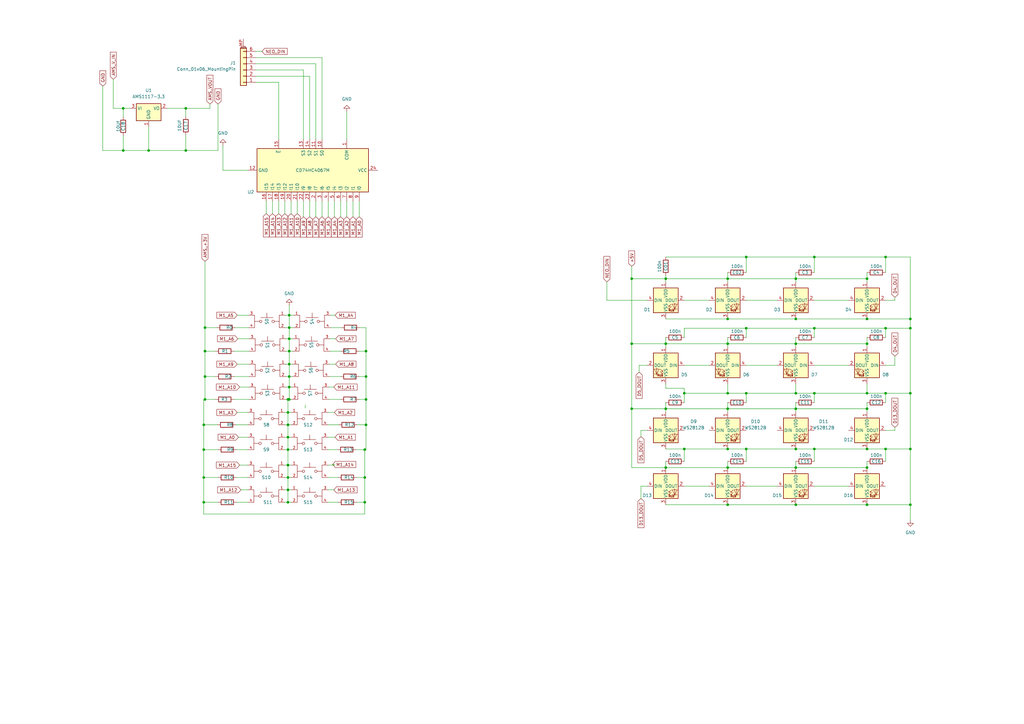
<source format=kicad_sch>
(kicad_sch (version 20230121) (generator eeschema)
  (paper "A3")
  (junction (at 363.22 184.15))
  (junction (at 334.01 105.41))
  (junction (at 118.11 195.834))
  (junction (at 83.566 174.244))
  (junction (at 298.45 191.77))
  (junction (at 373.38 207.01))
  (junction (at 334.01 184.15))
  (junction (at 118.618 144.018))
  (junction (at 355.6 114.3))
  (junction (at 363.22 105.41))
  (junction (at 118.618 138.938))
  (junction (at 355.6 161.29))
  (junction (at 84.074 134.366))
  (junction (at 76.2 44.45))
  (junction (at 50.546 44.45))
  (junction (at 326.39 191.77))
  (junction (at 149.606 205.994))
  (junction (at 280.67 184.15))
  (junction (at 273.05 140.97))
  (junction (at 273.05 114.3))
  (junction (at 118.11 179.324))
  (junction (at 298.45 140.97))
  (junction (at 118.618 149.352))
  (junction (at 373.38 130.81))
  (junction (at 298.45 167.64))
  (junction (at 150.114 174.244))
  (junction (at 118.618 134.366))
  (junction (at 334.01 134.62))
  (junction (at 298.45 161.29))
  (junction (at 298.45 114.3))
  (junction (at 118.11 200.914))
  (junction (at 306.07 184.15))
  (junction (at 326.39 184.15))
  (junction (at 363.22 134.62))
  (junction (at 84.074 144.018))
  (junction (at 326.39 167.64))
  (junction (at 118.618 154.432))
  (junction (at 118.11 163.83))
  (junction (at 273.05 191.77))
  (junction (at 150.114 154.432))
  (junction (at 326.39 207.01))
  (junction (at 355.6 140.97))
  (junction (at 118.11 184.404))
  (junction (at 355.6 167.64))
  (junction (at 373.38 134.62))
  (junction (at 60.96 61.722))
  (junction (at 373.38 184.15))
  (junction (at 306.07 134.62))
  (junction (at 306.07 161.29))
  (junction (at 298.45 184.15))
  (junction (at 280.67 161.29))
  (junction (at 298.45 207.01))
  (junction (at 298.45 130.81))
  (junction (at 355.6 184.15))
  (junction (at 273.05 167.64))
  (junction (at 326.39 114.3))
  (junction (at 355.6 207.01))
  (junction (at 149.606 195.834))
  (junction (at 118.11 174.244))
  (junction (at 150.114 163.83))
  (junction (at 259.08 167.64))
  (junction (at 118.618 129.286))
  (junction (at 355.6 130.81))
  (junction (at 326.39 130.81))
  (junction (at 150.114 144.018))
  (junction (at 373.38 161.29))
  (junction (at 76.2 61.722))
  (junction (at 118.618 158.75))
  (junction (at 83.566 195.834))
  (junction (at 84.074 163.83))
  (junction (at 334.01 161.29))
  (junction (at 363.22 161.29))
  (junction (at 118.11 169.164))
  (junction (at 149.606 184.404))
  (junction (at 118.618 163.83))
  (junction (at 118.11 205.994))
  (junction (at 83.566 184.404))
  (junction (at 306.07 105.41))
  (junction (at 84.074 154.432))
  (junction (at 118.11 190.754))
  (junction (at 259.08 140.97))
  (junction (at 355.6 191.77))
  (junction (at 326.39 140.97))
  (junction (at 259.08 114.3))
  (junction (at 326.39 161.29))
  (junction (at 50.546 61.722))
  (junction (at 83.566 205.994))
  (wire (pts (xy 89.408 42.672) (xy 89.408 61.722)))
  (wire (pts (xy 334.01 184.15) (xy 355.6 184.15)))
  (wire (pts (xy 355.6 184.15) (xy 363.22 184.15)))
  (wire (pts (xy 119.38 82.55) (xy 119.38 87.63)))
  (wire (pts (xy 118.11 195.834) (xy 119.38 195.834)))
  (wire (pts (xy 116.84 190.754) (xy 118.11 190.754)))
  (wire (pts (xy 50.546 61.722) (xy 60.96 61.722)))
  (wire (pts (xy 116.84 174.244) (xy 118.11 174.244)))
  (wire (pts (xy 111.76 82.55) (xy 111.76 87.63)))
  (wire (pts (xy 118.11 205.994) (xy 119.38 205.994)))
  (wire (pts (xy 367.03 149.86) (xy 367.03 146.05)))
  (wire (pts (xy 298.45 111.76) (xy 298.45 114.3)))
  (wire (pts (xy 147.32 163.83) (xy 150.114 163.83)))
  (wire (pts (xy 116.84 169.164) (xy 118.11 169.164)))
  (wire (pts (xy 135.382 138.938) (xy 137.668 138.938)))
  (wire (pts (xy 259.08 140.97) (xy 273.05 140.97)))
  (wire (pts (xy 104.902 26.162) (xy 129.54 26.162)))
  (wire (pts (xy 135.128 154.432) (xy 139.7 154.432)))
  (wire (pts (xy 134.62 174.244) (xy 138.938 174.244)))
  (wire (pts (xy 50.546 44.45) (xy 53.34 44.45)))
  (wire (pts (xy 137.16 190.5) (xy 136.398 190.5)))
  (wire (pts (xy 134.62 195.834) (xy 138.684 195.834)))
  (wire (pts (xy 334.01 149.86) (xy 347.98 149.86)))
  (wire (pts (xy 134.62 205.994) (xy 138.684 205.994)))
  (wire (pts (xy 118.11 190.754) (xy 118.11 195.834)))
  (wire (pts (xy 118.618 154.432) (xy 118.618 158.75)))
  (wire (pts (xy 109.22 82.55) (xy 109.22 87.63)))
  (wire (pts (xy 117.348 163.83) (xy 118.11 163.83)))
  (wire (pts (xy 83.566 163.83) (xy 83.566 174.244)))
  (wire (pts (xy 135.382 144.018) (xy 139.7 144.018)))
  (wire (pts (xy 262.128 152.654) (xy 262.128 149.86)))
  (wire (pts (xy 150.114 163.83) (xy 150.114 174.244)))
  (wire (pts (xy 83.566 195.834) (xy 89.408 195.834)))
  (wire (pts (xy 118.618 144.018) (xy 120.142 144.018)))
  (wire (pts (xy 273.05 140.97) (xy 298.45 140.97)))
  (wire (pts (xy 84.074 134.366) (xy 84.074 144.018)))
  (wire (pts (xy 76.2 44.45) (xy 86.106 44.45)))
  (wire (pts (xy 355.6 130.81) (xy 373.38 130.81)))
  (wire (pts (xy 98.298 158.75) (xy 102.108 158.75)))
  (wire (pts (xy 116.84 184.404) (xy 118.11 184.404)))
  (wire (pts (xy 326.39 191.77) (xy 355.6 191.77)))
  (wire (pts (xy 280.67 134.62) (xy 280.67 138.43)))
  (wire (pts (xy 146.558 174.244) (xy 150.114 174.244)))
  (wire (pts (xy 334.01 123.19) (xy 347.98 123.19)))
  (wire (pts (xy 147.32 154.432) (xy 150.114 154.432)))
  (wire (pts (xy 135.128 149.352) (xy 137.668 149.352)))
  (wire (pts (xy 306.07 134.62) (xy 280.67 134.62)))
  (wire (pts (xy 373.38 130.81) (xy 373.38 134.62)))
  (wire (pts (xy 84.074 107.188) (xy 84.074 134.366)))
  (wire (pts (xy 84.074 144.018) (xy 84.074 154.432)))
  (wire (pts (xy 118.618 158.75) (xy 118.618 163.83)))
  (wire (pts (xy 298.45 157.48) (xy 298.45 161.29)))
  (wire (pts (xy 60.96 52.07) (xy 60.96 61.722)))
  (wire (pts (xy 97.028 195.834) (xy 101.6 195.834)))
  (wire (pts (xy 118.11 184.404) (xy 119.38 184.404)))
  (wire (pts (xy 306.07 149.86) (xy 318.77 149.86)))
  (wire (pts (xy 127 82.55) (xy 127 88.9)))
  (wire (pts (xy 60.96 61.722) (xy 76.2 61.722)))
  (wire (pts (xy 363.22 134.62) (xy 334.01 134.62)))
  (wire (pts (xy 96.012 154.432) (xy 102.108 154.432)))
  (wire (pts (xy 124.46 28.702) (xy 124.46 57.15)))
  (wire (pts (xy 118.618 129.286) (xy 120.396 129.286)))
  (wire (pts (xy 88.392 163.83) (xy 84.074 163.83)))
  (wire (pts (xy 273.05 105.41) (xy 306.07 105.41)))
  (wire (pts (xy 363.22 105.41) (xy 373.38 105.41)))
  (wire (pts (xy 298.45 140.97) (xy 326.39 140.97)))
  (wire (pts (xy 259.08 140.97) (xy 259.08 167.64)))
  (wire (pts (xy 116.84 205.994) (xy 118.11 205.994)))
  (wire (pts (xy 97.028 184.404) (xy 101.6 184.404)))
  (wire (pts (xy 262.89 199.39) (xy 262.89 204.47)))
  (wire (pts (xy 97.282 149.352) (xy 102.108 149.352)))
  (wire (pts (xy 118.11 163.83) (xy 118.11 169.164)))
  (wire (pts (xy 89.154 174.244) (xy 83.566 174.244)))
  (wire (pts (xy 76.2 44.45) (xy 76.2 47.752)))
  (wire (pts (xy 147.574 134.366) (xy 150.114 134.366)))
  (wire (pts (xy 298.45 165.1) (xy 298.45 167.64)))
  (wire (pts (xy 118.618 125.222) (xy 118.618 129.286)))
  (wire (pts (xy 298.45 138.43) (xy 298.45 140.97)))
  (wire (pts (xy 273.05 157.48) (xy 273.05 159.258)))
  (wire (pts (xy 116.84 195.834) (xy 118.11 195.834)))
  (wire (pts (xy 118.618 144.018) (xy 118.618 149.352)))
  (wire (pts (xy 298.45 167.64) (xy 326.39 167.64)))
  (wire (pts (xy 326.39 165.1) (xy 326.39 167.64)))
  (wire (pts (xy 334.01 161.29) (xy 334.01 165.1)))
  (wire (pts (xy 86.106 44.45) (xy 86.106 42.672)))
  (wire (pts (xy 117.348 144.018) (xy 118.618 144.018)))
  (wire (pts (xy 262.89 176.53) (xy 262.89 179.07)))
  (wire (pts (xy 118.11 174.244) (xy 118.11 179.324)))
  (wire (pts (xy 280.67 199.39) (xy 290.83 199.39)))
  (wire (pts (xy 118.618 149.352) (xy 118.618 154.432)))
  (wire (pts (xy 334.01 105.41) (xy 306.07 105.41)))
  (wire (pts (xy 334.01 161.29) (xy 326.39 161.29)))
  (wire (pts (xy 355.6 115.57) (xy 355.6 114.3)))
  (wire (pts (xy 326.39 184.15) (xy 334.01 184.15)))
  (wire (pts (xy 306.07 199.39) (xy 318.77 199.39)))
  (wire (pts (xy 139.7 82.55) (xy 139.7 88.9)))
  (wire (pts (xy 363.22 105.41) (xy 363.22 111.76)))
  (wire (pts (xy 355.6 140.97) (xy 355.6 142.24)))
  (wire (pts (xy 117.348 149.352) (xy 118.618 149.352)))
  (wire (pts (xy 273.05 207.01) (xy 298.45 207.01)))
  (wire (pts (xy 117.348 158.75) (xy 118.618 158.75)))
  (wire (pts (xy 137.16 82.55) (xy 137.16 88.9)))
  (wire (pts (xy 298.45 114.3) (xy 298.45 115.57)))
  (wire (pts (xy 150.114 174.244) (xy 150.114 184.404)))
  (wire (pts (xy 104.902 28.702) (xy 124.46 28.702)))
  (wire (pts (xy 326.39 189.23) (xy 326.39 191.77)))
  (wire (pts (xy 118.11 190.754) (xy 119.38 190.754)))
  (wire (pts (xy 118.11 179.324) (xy 118.11 184.404)))
  (wire (pts (xy 118.11 184.404) (xy 118.11 190.754)))
  (wire (pts (xy 83.566 195.834) (xy 83.566 205.994)))
  (wire (pts (xy 334.01 134.62) (xy 306.07 134.62)))
  (wire (pts (xy 118.618 129.286) (xy 118.618 134.366)))
  (wire (pts (xy 96.012 144.018) (xy 102.108 144.018)))
  (wire (pts (xy 273.05 130.81) (xy 298.45 130.81)))
  (wire (pts (xy 248.92 123.19) (xy 265.43 123.19)))
  (wire (pts (xy 273.05 113.03) (xy 273.05 114.3)))
  (wire (pts (xy 118.618 149.352) (xy 119.888 149.352)))
  (wire (pts (xy 273.05 167.64) (xy 273.05 168.91)))
  (wire (pts (xy 280.67 123.19) (xy 290.83 123.19)))
  (wire (pts (xy 273.05 191.77) (xy 298.45 191.77)))
  (wire (pts (xy 118.11 179.324) (xy 119.38 179.324)))
  (wire (pts (xy 273.05 114.3) (xy 273.05 115.57)))
  (wire (pts (xy 118.11 174.244) (xy 119.38 174.244)))
  (wire (pts (xy 146.05 184.404) (xy 149.606 184.404)))
  (wire (pts (xy 116.84 200.914) (xy 118.11 200.914)))
  (wire (pts (xy 334.01 184.15) (xy 334.01 189.23)))
  (wire (pts (xy 248.92 115.57) (xy 248.92 123.19)))
  (wire (pts (xy 373.38 184.15) (xy 363.22 184.15)))
  (wire (pts (xy 104.902 21.082) (xy 107.442 21.082)))
  (wire (pts (xy 129.54 82.55) (xy 129.54 88.9)))
  (wire (pts (xy 355.6 165.1) (xy 355.6 167.64)))
  (wire (pts (xy 334.01 134.62) (xy 334.01 138.43)))
  (wire (pts (xy 149.606 205.994) (xy 149.606 210.82)))
  (wire (pts (xy 326.39 111.76) (xy 326.39 114.3)))
  (wire (pts (xy 118.618 163.83) (xy 119.634 163.83)))
  (wire (pts (xy 355.6 157.48) (xy 355.6 161.29)))
  (wire (pts (xy 259.08 167.64) (xy 259.08 191.77)))
  (wire (pts (xy 68.58 44.45) (xy 76.2 44.45)))
  (wire (pts (xy 298.45 140.97) (xy 298.45 142.24)))
  (wire (pts (xy 46.482 44.45) (xy 50.546 44.45)))
  (wire (pts (xy 326.39 114.3) (xy 326.39 115.57)))
  (wire (pts (xy 280.67 184.15) (xy 280.67 189.23)))
  (wire (pts (xy 363.22 161.29) (xy 363.22 165.1)))
  (wire (pts (xy 265.43 199.39) (xy 262.89 199.39)))
  (wire (pts (xy 306.07 161.29) (xy 298.45 161.29)))
  (wire (pts (xy 373.38 207.01) (xy 373.38 213.36)))
  (wire (pts (xy 134.874 163.83) (xy 139.7 163.83)))
  (wire (pts (xy 132.08 23.622) (xy 132.08 57.15)))
  (wire (pts (xy 146.304 205.994) (xy 149.606 205.994)))
  (wire (pts (xy 84.074 134.366) (xy 88.9 134.366)))
  (wire (pts (xy 142.24 45.72) (xy 142.24 57.15)))
  (wire (pts (xy 134.62 82.55) (xy 134.62 88.9)))
  (wire (pts (xy 137.16 190.754) (xy 134.62 190.754)))
  (wire (pts (xy 76.2 55.372) (xy 76.2 61.722)))
  (wire (pts (xy 280.67 161.29) (xy 280.67 165.1)))
  (wire (pts (xy 273.05 165.1) (xy 273.05 167.64)))
  (wire (pts (xy 373.38 105.41) (xy 373.38 130.81)))
  (wire (pts (xy 273.05 114.3) (xy 298.45 114.3)))
  (wire (pts (xy 363.22 134.62) (xy 373.38 134.62)))
  (wire (pts (xy 129.54 26.162) (xy 129.54 57.15)))
  (wire (pts (xy 298.45 114.3) (xy 326.39 114.3)))
  (wire (pts (xy 306.07 184.15) (xy 326.39 184.15)))
  (wire (pts (xy 298.45 189.23) (xy 298.45 191.77)))
  (wire (pts (xy 117.094 134.366) (xy 118.618 134.366)))
  (wire (pts (xy 363.22 161.29) (xy 355.6 161.29)))
  (wire (pts (xy 326.39 138.43) (xy 326.39 140.97)))
  (wire (pts (xy 363.22 176.53) (xy 367.03 176.53)))
  (wire (pts (xy 118.618 138.938) (xy 118.618 144.018)))
  (wire (pts (xy 355.6 111.76) (xy 355.6 114.3)))
  (wire (pts (xy 127 31.242) (xy 127 57.15)))
  (wire (pts (xy 150.114 144.018) (xy 150.114 154.432)))
  (wire (pts (xy 259.08 114.3) (xy 273.05 114.3)))
  (wire (pts (xy 259.08 109.22) (xy 259.08 114.3)))
  (wire (pts (xy 367.03 123.19) (xy 363.22 123.19)))
  (wire (pts (xy 306.07 134.62) (xy 306.07 138.43)))
  (wire (pts (xy 326.39 207.01) (xy 355.6 207.01)))
  (wire (pts (xy 83.566 174.244) (xy 83.566 184.404)))
  (wire (pts (xy 355.6 189.23) (xy 355.6 191.77)))
  (wire (pts (xy 104.902 33.782) (xy 114.3 33.782)))
  (wire (pts (xy 367.03 176.53) (xy 367.03 175.26)))
  (wire (pts (xy 265.43 176.53) (xy 262.89 176.53)))
  (wire (pts (xy 83.566 184.404) (xy 89.408 184.404)))
  (wire (pts (xy 83.566 163.83) (xy 84.074 163.83)))
  (wire (pts (xy 50.546 44.45) (xy 50.546 48.006)))
  (wire (pts (xy 135.636 134.366) (xy 139.954 134.366)))
  (wire (pts (xy 118.618 158.75) (xy 119.634 158.75)))
  (wire (pts (xy 96.774 174.244) (xy 101.6 174.244)))
  (wire (pts (xy 280.67 149.86) (xy 290.83 149.86)))
  (wire (pts (xy 363.22 184.15) (xy 363.22 189.23)))
  (wire (pts (xy 91.44 69.85) (xy 91.44 59.69)))
  (wire (pts (xy 150.114 134.366) (xy 150.114 144.018)))
  (wire (pts (xy 96.52 134.366) (xy 101.854 134.366)))
  (wire (pts (xy 355.6 167.64) (xy 355.6 168.91)))
  (wire (pts (xy 88.392 144.018) (xy 84.074 144.018)))
  (wire (pts (xy 326.39 157.48) (xy 326.39 161.29)))
  (wire (pts (xy 306.07 161.29) (xy 306.07 165.1)))
  (wire (pts (xy 118.618 134.366) (xy 118.618 138.938)))
  (wire (pts (xy 326.39 167.64) (xy 326.39 168.91)))
  (wire (pts (xy 118.618 138.938) (xy 120.142 138.938)))
  (wire (pts (xy 326.39 130.81) (xy 355.6 130.81)))
  (wire (pts (xy 298.45 167.64) (xy 298.45 168.91)))
  (wire (pts (xy 259.08 167.64) (xy 273.05 167.64)))
  (wire (pts (xy 355.6 161.29) (xy 334.01 161.29)))
  (wire (pts (xy 104.902 23.622) (xy 132.08 23.622)))
  (wire (pts (xy 118.11 163.83) (xy 118.618 163.83)))
  (wire (pts (xy 134.62 200.914) (xy 136.906 200.914)))
  (wire (pts (xy 97.028 205.994) (xy 101.6 205.994)))
  (wire (pts (xy 259.08 114.3) (xy 259.08 140.97)))
  (wire (pts (xy 118.618 134.366) (xy 120.396 134.366)))
  (wire (pts (xy 149.606 195.834) (xy 149.606 205.994)))
  (wire (pts (xy 137.16 190.5) (xy 137.16 190.754)))
  (wire (pts (xy 97.79 179.324) (xy 101.6 179.324)))
  (wire (pts (xy 298.45 184.15) (xy 306.07 184.15)))
  (wire (pts (xy 373.38 134.62) (xy 373.38 161.29)))
  (wire (pts (xy 298.45 161.29) (xy 280.67 161.29)))
  (wire (pts (xy 83.566 184.404) (xy 83.566 195.834)))
  (wire (pts (xy 149.606 184.404) (xy 149.606 195.834)))
  (wire (pts (xy 334.01 105.41) (xy 334.01 111.76)))
  (wire (pts (xy 262.128 149.86) (xy 265.43 149.86)))
  (wire (pts (xy 134.62 184.404) (xy 138.43 184.404)))
  (wire (pts (xy 373.38 161.29) (xy 373.38 184.15)))
  (wire (pts (xy 121.92 82.55) (xy 121.92 87.63)))
  (wire (pts (xy 306.07 123.19) (xy 318.77 123.19)))
  (wire (pts (xy 102.108 163.83) (xy 96.012 163.83)))
  (wire (pts (xy 117.348 138.938) (xy 118.618 138.938)))
  (wire (pts (xy 132.08 82.55) (xy 132.08 88.9)))
  (wire (pts (xy 326.39 140.97) (xy 326.39 142.24)))
  (wire (pts (xy 118.11 195.834) (xy 118.11 200.914)))
  (wire (pts (xy 363.22 149.86) (xy 367.03 149.86)))
  (wire (pts (xy 363.22 134.62) (xy 363.22 138.43)))
  (wire (pts (xy 89.408 205.994) (xy 83.566 205.994)))
  (wire (pts (xy 146.304 195.834) (xy 149.606 195.834)))
  (wire (pts (xy 273.05 189.23) (xy 273.05 191.77)))
  (wire (pts (xy 367.03 123.19) (xy 367.03 121.92)))
  (wire (pts (xy 83.566 210.82) (xy 149.606 210.82)))
  (wire (pts (xy 97.282 129.286) (xy 101.854 129.286)))
  (wire (pts (xy 363.22 105.41) (xy 334.01 105.41)))
  (wire (pts (xy 117.094 129.286) (xy 118.364 129.286)))
  (wire (pts (xy 147.32 82.55) (xy 147.32 88.9)))
  (wire (pts (xy 326.39 161.29) (xy 306.07 161.29)))
  (wire (pts (xy 98.806 200.914) (xy 101.6 200.914)))
  (wire (pts (xy 306.07 105.41) (xy 306.07 111.76)))
  (wire (pts (xy 124.46 82.55) (xy 124.46 88.9)))
  (wire (pts (xy 298.45 191.77) (xy 326.39 191.77)))
  (wire (pts (xy 259.08 191.77) (xy 273.05 191.77)))
  (wire (pts (xy 298.45 130.81) (xy 326.39 130.81)))
  (wire (pts (xy 42.164 35.306) (xy 42.164 61.722)))
  (wire (pts (xy 273.05 159.258) (xy 280.67 159.258)))
  (wire (pts (xy 118.11 200.914) (xy 119.38 200.914)))
  (wire (pts (xy 118.11 169.164) (xy 118.11 174.244)))
  (wire (pts (xy 273.05 138.43) (xy 273.05 140.97)))
  (wire (pts (xy 84.074 154.432) (xy 84.074 163.83)))
  (wire (pts (xy 355.6 138.43) (xy 355.6 140.97)))
  (wire (pts (xy 134.62 169.164) (xy 137.16 169.164)))
  (wire (pts (xy 89.408 61.722) (xy 76.2 61.722)))
  (wire (pts (xy 97.536 138.938) (xy 102.108 138.938)))
  (wire (pts (xy 326.39 140.97) (xy 355.6 140.97)))
  (wire (pts (xy 373.38 184.15) (xy 373.38 207.01)))
  (wire (pts (xy 273.05 184.15) (xy 280.67 184.15)))
  (wire (pts (xy 83.566 205.994) (xy 83.566 210.82)))
  (wire (pts (xy 298.45 207.01) (xy 326.39 207.01)))
  (wire (pts (xy 373.38 161.29) (xy 363.22 161.29)))
  (wire (pts (xy 125.222 167.386) (xy 125.222 166.116)))
  (wire (pts (xy 280.67 184.15) (xy 298.45 184.15)))
  (wire (pts (xy 98.298 190.754) (xy 101.6 190.754)))
  (wire (pts (xy 114.3 82.55) (xy 114.3 87.63)))
  (wire (pts (xy 114.3 33.782) (xy 114.3 57.15)))
  (wire (pts (xy 91.44 69.85) (xy 101.6 69.85)))
  (wire (pts (xy 326.39 114.3) (xy 355.6 114.3)))
  (wire (pts (xy 150.114 154.432) (xy 150.114 163.83)))
  (wire (pts (xy 306.07 184.15) (xy 306.07 189.23)))
  (wire (pts (xy 280.67 159.258) (xy 280.67 161.29)))
  (wire (pts (xy 135.636 129.286) (xy 137.414 129.286)))
  (wire (pts (xy 144.78 82.55) (xy 144.78 88.9)))
  (wire (pts (xy 142.24 82.55) (xy 142.24 88.9)))
  (wire (pts (xy 104.902 31.242) (xy 127 31.242)))
  (wire (pts (xy 134.874 158.75) (xy 136.906 158.75)))
  (wire (pts (xy 273.05 140.97) (xy 273.05 142.24)))
  (wire (pts (xy 88.392 154.432) (xy 84.074 154.432)))
  (wire (pts (xy 116.84 82.55) (xy 116.84 87.63)))
  (wire (pts (xy 134.62 179.324) (xy 137.414 179.324)))
  (wire (pts (xy 150.114 184.404) (xy 149.606 184.404)))
  (wire (pts (xy 117.348 154.432) (xy 118.618 154.432)))
  (wire (pts (xy 273.05 167.64) (xy 298.45 167.64)))
  (wire (pts (xy 97.282 169.164) (xy 101.6 169.164)))
  (wire (pts (xy 118.11 200.914) (xy 118.11 205.994)))
  (wire (pts (xy 116.84 179.324) (xy 118.11 179.324)))
  (wire (pts (xy 334.01 199.39) (xy 347.98 199.39)))
  (wire (pts (xy 326.39 167.64) (xy 355.6 167.64)))
  (wire (pts (xy 118.618 154.432) (xy 119.888 154.432)))
  (wire (pts (xy 147.32 144.018) (xy 150.114 144.018)))
  (wire (pts (xy 355.6 207.01) (xy 373.38 207.01)))
  (wire (pts (xy 118.11 169.164) (xy 119.38 169.164)))
  (wire (pts (xy 50.546 55.626) (xy 50.546 61.722)))
  (wire (pts (xy 42.164 61.722) (xy 50.546 61.722)))
  (wire (pts (xy 46.482 32.512) (xy 46.482 44.45)))
  (global_label "NEO_DIN" (shape input) (at 107.442 21.082 0) (property "Intersheetrefs" "${INTERSHEET_REFS}" (effects hide)))
  (global_label "M1_A11" (shape input) (at 136.906 158.75 0) (property "Intersheetrefs" "${INTERSHEET_REFS}" (effects hide)))
  (global_label "M1_A9" (shape input) (at 97.282 149.352 180) (property "Intersheetrefs" "${INTERSHEET_REFS}" (effects hide)))
  (global_label "AMS_V_IN" (shape input) (at 46.482 32.512 90) (property "Intersheetrefs" "${INTERSHEET_REFS}" (effects hide)))
  (global_label "D4_OUT" (shape input) (at 367.03 146.05 90) (property "Intersheetrefs" "${INTERSHEET_REFS}" (effects hide)))
  (global_label "+5V" (shape input) (at 259.08 109.22 90) (property "Intersheetrefs" "${INTERSHEET_REFS}" (effects hide)))
  (global_label "M1_A3" (shape input) (at 97.282 169.164 180) (property "Intersheetrefs" "${INTERSHEET_REFS}" (effects hide)))
  (global_label "D13_DOUT" (shape input) (at 262.89 204.47 270) (property "Intersheetrefs" "${INTERSHEET_REFS}" (effects hide)))
  (global_label "M1_A12" (shape input) (at 98.806 200.914 180) (property "Intersheetrefs" "${INTERSHEET_REFS}" (effects hide)))
  (global_label "M1_A14" (shape input) (at 111.76 87.63 270) (property "Intersheetrefs" "${INTERSHEET_REFS}" (effects hide)))
  (global_label "M1_A15" (shape input) (at 98.298 190.754 180) (property "Intersheetrefs" "${INTERSHEET_REFS}" (effects hide)))
  (global_label "M1_A11" (shape input) (at 119.38 87.63 270) (property "Intersheetrefs" "${INTERSHEET_REFS}" (effects hide)))
  (global_label "M1_A0" (shape input) (at 97.79 179.324 180) (property "Intersheetrefs" "${INTERSHEET_REFS}" (effects hide)))
  (global_label "M1_A9" (shape input) (at 124.46 88.9 270) (property "Intersheetrefs" "${INTERSHEET_REFS}" (effects hide)))
  (global_label "M1_A0" (shape input) (at 147.32 88.9 270) (property "Intersheetrefs" "${INTERSHEET_REFS}" (effects hide)))
  (global_label "M1_A8" (shape input) (at 127 88.9 270) (property "Intersheetrefs" "${INTERSHEET_REFS}" (effects hide)))
  (global_label "M1_A1" (shape input) (at 137.414 179.324 0) (property "Intersheetrefs" "${INTERSHEET_REFS}" (effects hide)))
  (global_label "M1_A10" (shape input) (at 98.298 158.75 180) (property "Intersheetrefs" "${INTERSHEET_REFS}" (effects hide)))
  (global_label "D5_DOUT" (shape input) (at 262.128 152.654 270) (property "Intersheetrefs" "${INTERSHEET_REFS}" (effects hide)))
  (global_label "M1_A7" (shape input) (at 129.54 88.9 270) (property "Intersheetrefs" "${INTERSHEET_REFS}" (effects hide)))
  (global_label "M1_A5" (shape input) (at 134.62 88.9 270) (property "Intersheetrefs" "${INTERSHEET_REFS}" (effects hide)))
  (global_label "M1_A3" (shape input) (at 139.7 88.9 270) (property "Intersheetrefs" "${INTERSHEET_REFS}" (effects hide)))
  (global_label "M1_A2" (shape input) (at 137.16 169.164 0) (property "Intersheetrefs" "${INTERSHEET_REFS}" (effects hide)))
  (global_label "M1_A4" (shape input) (at 137.16 88.9 270) (property "Intersheetrefs" "${INTERSHEET_REFS}" (effects hide)))
  (global_label "M1_A6" (shape input) (at 97.536 138.938 180) (property "Intersheetrefs" "${INTERSHEET_REFS}" (effects hide)))
  (global_label "M1_A6" (shape input) (at 132.08 88.9 270) (property "Intersheetrefs" "${INTERSHEET_REFS}" (effects hide)))
  (global_label "GND" (shape input) (at 42.164 35.306 90) (property "Intersheetrefs" "${INTERSHEET_REFS}" (effects hide)))
  (global_label "M1_A15" (shape input) (at 109.22 87.63 270) (property "Intersheetrefs" "${INTERSHEET_REFS}" (effects hide)))
  (global_label "M1_A12" (shape input) (at 116.84 87.63 270) (property "Intersheetrefs" "${INTERSHEET_REFS}" (effects hide)))
  (global_label "D4_OUT" (shape input) (at 367.03 121.92 90) (property "Intersheetrefs" "${INTERSHEET_REFS}" (effects hide)))
  (global_label "NEO_DIN" (shape input) (at 248.92 115.57 90) (property "Intersheetrefs" "${INTERSHEET_REFS}" (effects hide)))
  (global_label "M1_A7" (shape input) (at 137.668 138.938 0) (property "Intersheetrefs" "${INTERSHEET_REFS}" (effects hide)))
  (global_label "M1_A2" (shape input) (at 142.24 88.9 270) (property "Intersheetrefs" "${INTERSHEET_REFS}" (effects hide)))
  (global_label "AMS_VOUT" (shape input) (at 86.106 42.672 90) (property "Intersheetrefs" "${INTERSHEET_REFS}" (effects hide)))
  (global_label "D5_DOUT" (shape input) (at 262.89 179.07 270) (property "Intersheetrefs" "${INTERSHEET_REFS}" (effects hide)))
  (global_label "M1_A14" (shape input) (at 136.398 190.5 0) (property "Intersheetrefs" "${INTERSHEET_REFS}" (effects hide)))
  (global_label "GND" (shape input) (at 89.408 42.672 90) (property "Intersheetrefs" "${INTERSHEET_REFS}" (effects hide)))
  (global_label "M1_A1" (shape input) (at 144.78 88.9 270) (property "Intersheetrefs" "${INTERSHEET_REFS}" (effects hide)))
  (global_label "D13_DOUT" (shape input) (at 367.03 175.26 90) (property "Intersheetrefs" "${INTERSHEET_REFS}" (effects hide)))
  (global_label "M1_A13" (shape input) (at 136.906 200.914 0) (property "Intersheetrefs" "${INTERSHEET_REFS}" (effects hide)))
  (global_label "AMS_+3V" (shape input) (at 84.074 107.188 90) (property "Intersheetrefs" "${INTERSHEET_REFS}" (effects hide)))
  (global_label "M1_A5" (shape input) (at 97.282 129.286 180) (property "Intersheetrefs" "${INTERSHEET_REFS}" (effects hide)))
  (global_label "M1_A10" (shape input) (at 121.92 87.63 270) (property "Intersheetrefs" "${INTERSHEET_REFS}" (effects hide)))
  (global_label "M1_A4" (shape input) (at 137.414 129.286 0) (property "Intersheetrefs" "${INTERSHEET_REFS}" (effects hide)))
  (global_label "M1_A8" (shape input) (at 137.668 149.352 0) (property "Intersheetrefs" "${INTERSHEET_REFS}" (effects hide)))
  (global_label "M1_A13" (shape input) (at 114.3 87.63 270) (property "Intersheetrefs" "${INTERSHEET_REFS}" (effects hide)))
  (symbol (lib_id "LED:WS2812B") (at 326.39 199.39 0) (unit 1)
    (property "Reference" "D15" (at 318.77 203.2 0))
    (property "Value" "WS2812B" (effects hide))
    (property "Footprint" "LED_SMD:LED_WS2812B_PLCC4_5.0x5.0mm_P3.2mm" (effects hide))
    (property "Datasheet" "https://cdn-shop.adafruit.com/datasheets/WS2812B.pdf" (effects hide))
  )
  (symbol (lib_id "Device:R") (at 330.2 111.76 90) (unit 1)
    (property "Reference" "C3" (at 330.2 111.76 90))
    (property "Value" "100n" (at 330.2 109.22 90))
    (property "Footprint" "Capacitor_SMD:C_0805_2012Metric" (effects hide))
  )
  (symbol (lib_name "GND_4") (lib_id "power:GND") (at 118.618 125.222 180) (unit 1)
    (property "Reference" "#PWR012" (effects hide))
    (property "Value" "GND" (at 118.618 120.396 0))
  )
  (symbol (lib_id "Regulator_Linear:AMS1117-3.3") (at 60.96 44.45 0) (unit 1)
    (property "Reference" "U1" (at 60.96 37.084 0))
    (property "Value" "AMS1117-3.3" (at 60.96 39.624 0))
    (property "Footprint" "Package_TO_SOT_SMD:SOT-223-3_TabPin2" (effects hide))
    (property "Datasheet" "http://www.advanced-monolithic.com/pdf/ds1117.pdf" (effects hide))
  )
  (symbol (lib_id "Device:R") (at 330.2 189.23 90) (unit 1)
    (property "Reference" "C15" (at 330.2 189.23 90))
    (property "Value" "100n" (at 330.2 186.69 90))
    (property "Footprint" "Capacitor_SMD:C_0805_2012Metric" (effects hide))
  )
  (symbol (lib_id "LED:WS2812B") (at 298.45 149.86 0) (mirror y) (unit 1)
    (property "Reference" "D6" (at 306.07 153.67 0))
    (property "Value" "WS2812B" (effects hide))
    (property "Footprint" "LED_SMD:LED_WS2812B_PLCC4_5.0x5.0mm_P3.2mm" (effects hide))
    (property "Datasheet" "https://cdn-shop.adafruit.com/datasheets/WS2812B.pdf" (effects hide))
  )
  (symbol (lib_id "Device:R") (at 276.86 189.23 90) (unit 1)
    (property "Reference" "C13" (at 276.86 189.23 90))
    (property "Value" "100n" (at 276.86 186.69 90))
    (property "Footprint" "Capacitor_SMD:C_0805_2012Metric" (effects hide))
  )
  (symbol (lib_id "Tact Switch 1212:TL1100F160Q") (at 109.728 151.892 0) (mirror y) (unit 1)
    (property "Reference" "S2" (at 109.728 150.622 90) (effects (justify right)))
    (property "Value" "TL1100F160Q" (effects hide))
    (property "Footprint" "TL1100F160Q:SW_TL1100F160Q" (effects hide))
    (property "MF" "E-Switch" (effects hide))
    (property "MAXIMUM_PACKAGE_HEIGHT" "7.3mm" (effects hide))
    (property "Package" "None" (effects hide))
    (property "Price" "None" (effects hide))
    (property "Check_prices" "https://www.snapeda.com/parts/TL1100F160Q/E-Switch/view-part/?ref=eda" (effects hide))
    (property "STANDARD" "Manufacturer Recommendations" (effects hide))
    (property "PARTREV" "D" (effects hide))
    (property "SnapEDA_Link" "https://www.snapeda.com/parts/TL1100F160Q/E-Switch/view-part/?ref=snap" (effects hide))
    (property "MP" "TL1100F160Q" (effects hide))
    (property "Purchase-URL" "https://www.snapeda.com/api/url_track_click_mouser/?unipart_id=296253&manufacturer=E-Switch&part_name=TL1100F160Q&search_term=12mm switch" (effects hide))
    (property "Description" "\nTactile Switch, TL1100 Series, SPST-NO, 12mm Top Actuated, 0.05A, 12VDC, PC | E-Switch TL1100F160Q\n" (effects hide))
    (property "MANUFACTURER" "E-Switch" (effects hide))
    (property "Availability" "In Stock" (effects hide))
    (property "SNAPEDA_PN" "TL1100F160Q" (effects hide))
  )
  (symbol (lib_id "Device:R") (at 359.41 165.1 90) (unit 1)
    (property "Reference" "C12" (at 359.41 165.1 90))
    (property "Value" "100n" (at 359.41 162.56 90))
    (property "Footprint" "Capacitor_SMD:C_0805_2012Metric" (effects hide))
  )
  (symbol (lib_id "Device:R") (at 142.24 184.404 90) (unit 1)
    (property "Reference" "R13" (at 144.78 184.404 90) (effects (justify left)))
    (property "Value" "R" (effects hide))
    (property "Footprint" "Resistor_SMD:R_0805_2012Metric_Pad1.20x1.40mm_HandSolder" (effects hide))
  )
  (symbol (lib_id "LED:WS2812B") (at 273.05 176.53 0) (unit 1)
    (property "Reference" "D9" (at 284.48 172.8821 0))
    (property "Value" "WS2812B" (at 284.48 175.4221 0))
    (property "Footprint" "LED_SMD:LED_WS2812B_PLCC4_5.0x5.0mm_P3.2mm" (effects hide))
    (property "Datasheet" "https://cdn-shop.adafruit.com/datasheets/WS2812B.pdf" (effects hide))
  )
  (symbol (lib_id "Device:R") (at 276.86 165.1 90) (unit 1)
    (property "Reference" "C9" (at 276.86 165.1 90))
    (property "Value" "100n" (at 276.86 162.56 90))
    (property "Footprint" "Capacitor_SMD:C_0805_2012Metric" (effects hide))
  )
  (symbol (lib_id "Tact Switch 1212:TL1100F160Q") (at 109.728 141.478 0) (mirror y) (unit 1)
    (property "Reference" "S1" (at 109.728 140.208 90) (effects (justify right)))
    (property "Value" "TL1100F160Q" (effects hide))
    (property "Footprint" "TL1100F160Q:SW_TL1100F160Q" (effects hide))
    (property "MF" "E-Switch" (effects hide))
    (property "MAXIMUM_PACKAGE_HEIGHT" "7.3mm" (effects hide))
    (property "Package" "None" (effects hide))
    (property "Price" "None" (effects hide))
    (property "Check_prices" "https://www.snapeda.com/parts/TL1100F160Q/E-Switch/view-part/?ref=eda" (effects hide))
    (property "STANDARD" "Manufacturer Recommendations" (effects hide))
    (property "PARTREV" "D" (effects hide))
    (property "SnapEDA_Link" "https://www.snapeda.com/parts/TL1100F160Q/E-Switch/view-part/?ref=snap" (effects hide))
    (property "MP" "TL1100F160Q" (effects hide))
    (property "Purchase-URL" "https://www.snapeda.com/api/url_track_click_mouser/?unipart_id=296253&manufacturer=E-Switch&part_name=TL1100F160Q&search_term=12mm switch" (effects hide))
    (property "Description" "\nTactile Switch, TL1100 Series, SPST-NO, 12mm Top Actuated, 0.05A, 12VDC, PC | E-Switch TL1100F160Q\n" (effects hide))
    (property "MANUFACTURER" "E-Switch" (effects hide))
    (property "Availability" "In Stock" (effects hide))
    (property "SNAPEDA_PN" "TL1100F160Q" (effects hide))
  )
  (symbol (lib_id "Device:R") (at 359.41 138.43 90) (unit 1)
    (property "Reference" "C8" (at 359.41 138.43 90))
    (property "Value" "100n" (at 359.41 135.89 90))
    (property "Footprint" "Capacitor_SMD:C_0805_2012Metric" (effects hide))
  )
  (symbol (lib_id "Tact Switch 1212:TL1100F160Q") (at 109.474 131.826 0) (mirror y) (unit 1)
    (property "Reference" "S0" (at 109.474 130.556 90) (effects (justify right)))
    (property "Value" "TL1100F160Q" (effects hide))
    (property "Footprint" "TL1100F160Q:SW_TL1100F160Q" (effects hide))
    (property "MF" "E-Switch" (effects hide))
    (property "MAXIMUM_PACKAGE_HEIGHT" "7.3mm" (effects hide))
    (property "Package" "None" (effects hide))
    (property "Price" "None" (effects hide))
    (property "Check_prices" "https://www.snapeda.com/parts/TL1100F160Q/E-Switch/view-part/?ref=eda" (effects hide))
    (property "STANDARD" "Manufacturer Recommendations" (effects hide))
    (property "PARTREV" "D" (effects hide))
    (property "SnapEDA_Link" "https://www.snapeda.com/parts/TL1100F160Q/E-Switch/view-part/?ref=snap" (effects hide))
    (property "MP" "TL1100F160Q" (effects hide))
    (property "Purchase-URL" "https://www.snapeda.com/api/url_track_click_mouser/?unipart_id=296253&manufacturer=E-Switch&part_name=TL1100F160Q&search_term=12mm switch" (effects hide))
    (property "Description" "\nTactile Switch, TL1100 Series, SPST-NO, 12mm Top Actuated, 0.05A, 12VDC, PC | E-Switch TL1100F160Q\n" (effects hide))
    (property "MANUFACTURER" "E-Switch" (effects hide))
    (property "Availability" "In Stock" (effects hide))
    (property "SNAPEDA_PN" "TL1100F160Q" (effects hide))
  )
  (symbol (lib_id "LED:WS2812B") (at 298.45 123.19 0) (unit 1)
    (property "Reference" "D2" (at 290.83 127 0))
    (property "Value" "WS2812B" (effects hide))
    (property "Footprint" "LED_SMD:LED_WS2812B_PLCC4_5.0x5.0mm_P3.2mm" (effects hide))
    (property "Datasheet" "https://cdn-shop.adafruit.com/datasheets/WS2812B.pdf" (effects hide))
  )
  (symbol (lib_id "power:GND") (at 142.24 45.72 180) (unit 1)
    (property "Reference" "#PWR02" (effects hide))
    (property "Value" "GND" (at 142.24 40.64 0))
  )
  (symbol (lib_id "Device:R") (at 142.494 205.994 90) (unit 1)
    (property "Reference" "R15" (at 145.034 205.994 90) (effects (justify left)))
    (property "Value" "R" (effects hide))
    (property "Footprint" "Resistor_SMD:R_0805_2012Metric_Pad1.20x1.40mm_HandSolder" (effects hide))
  )
  (symbol (lib_id "Device:R") (at 76.2 51.562 180) (unit 1)
    (property "Reference" "C17" (at 76.2 51.562 90))
    (property "Value" "10Uf" (at 73.66 51.562 90))
    (property "Footprint" "Capacitor_SMD:C_0805_2012Metric" (effects hide))
  )
  (symbol (lib_id "Device:R") (at 359.41 189.23 90) (unit 1)
    (property "Reference" "C16" (at 359.41 189.23 90))
    (property "Value" "100n" (at 359.41 186.69 90))
    (property "Footprint" "Capacitor_SMD:C_0805_2012Metric" (effects hide))
  )
  (symbol (lib_id "Device:R") (at 92.71 134.366 90) (mirror x) (unit 1)
    (property "Reference" "R0" (at 92.71 134.366 90) (effects (justify right)))
    (property "Value" "R" (effects hide))
    (property "Footprint" "Resistor_SMD:R_0805_2012Metric_Pad1.20x1.40mm_HandSolder" (effects hide))
  )
  (symbol (lib_id "Tact Switch 1212:TL1100F160Q") (at 127 193.294 0) (unit 1)
    (property "Reference" "S14" (at 128.27 195.834 0) (effects (justify right)))
    (property "Value" "TL1100F160Q" (effects hide))
    (property "Footprint" "TL1100F160Q:SW_TL1100F160Q" (effects hide))
    (property "MF" "E-Switch" (effects hide))
    (property "MAXIMUM_PACKAGE_HEIGHT" "7.3mm" (effects hide))
    (property "Package" "None" (effects hide))
    (property "Price" "None" (effects hide))
    (property "Check_prices" "https://www.snapeda.com/parts/TL1100F160Q/E-Switch/view-part/?ref=eda" (effects hide))
    (property "STANDARD" "Manufacturer Recommendations" (effects hide))
    (property "PARTREV" "D" (effects hide))
    (property "SnapEDA_Link" "https://www.snapeda.com/parts/TL1100F160Q/E-Switch/view-part/?ref=snap" (effects hide))
    (property "MP" "TL1100F160Q" (effects hide))
    (property "Purchase-URL" "https://www.snapeda.com/api/url_track_click_mouser/?unipart_id=296253&manufacturer=E-Switch&part_name=TL1100F160Q&search_term=12mm switch" (effects hide))
    (property "Description" "\nTactile Switch, TL1100 Series, SPST-NO, 12mm Top Actuated, 0.05A, 12VDC, PC | E-Switch TL1100F160Q\n" (effects hide))
    (property "MANUFACTURER" "E-Switch" (effects hide))
    (property "Availability" "In Stock" (effects hide))
    (property "SNAPEDA_PN" "TL1100F160Q" (effects hide))
  )
  (symbol (lib_name "GND_6") (lib_id "power:GND") (at 373.38 213.36 0) (unit 1)
    (property "Reference" "#PWR023" (effects hide))
    (property "Value" "GND" (at 373.38 218.44 0))
  )
  (symbol (lib_id "LED:WS2812B") (at 298.45 199.39 0) (unit 1)
    (property "Reference" "D14" (at 290.83 203.2 0))
    (property "Value" "WS2812B" (effects hide))
    (property "Footprint" "LED_SMD:LED_WS2812B_PLCC4_5.0x5.0mm_P3.2mm" (effects hide))
    (property "Datasheet" "https://cdn-shop.adafruit.com/datasheets/WS2812B.pdf" (effects hide))
  )
  (symbol (lib_id "Tact Switch 1212:TL1100F160Q") (at 127.254 161.29 0) (unit 1)
    (property "Reference" "S7" (at 127.254 160.02 90) (effects (justify right)))
    (property "Value" "TL1100F160Q" (effects hide))
    (property "Footprint" "TL1100F160Q:SW_TL1100F160Q" (effects hide))
    (property "MF" "E-Switch" (effects hide))
    (property "MAXIMUM_PACKAGE_HEIGHT" "7.3mm" (effects hide))
    (property "Package" "None" (effects hide))
    (property "Price" "None" (effects hide))
    (property "Check_prices" "https://www.snapeda.com/parts/TL1100F160Q/E-Switch/view-part/?ref=eda" (effects hide))
    (property "STANDARD" "Manufacturer Recommendations" (effects hide))
    (property "PARTREV" "D" (effects hide))
    (property "SnapEDA_Link" "https://www.snapeda.com/parts/TL1100F160Q/E-Switch/view-part/?ref=snap" (effects hide))
    (property "MP" "TL1100F160Q" (effects hide))
    (property "Purchase-URL" "https://www.snapeda.com/api/url_track_click_mouser/?unipart_id=296253&manufacturer=E-Switch&part_name=TL1100F160Q&search_term=12mm switch" (effects hide))
    (property "Description" "\nTactile Switch, TL1100 Series, SPST-NO, 12mm Top Actuated, 0.05A, 12VDC, PC | E-Switch TL1100F160Q\n" (effects hide))
    (property "MANUFACTURER" "E-Switch" (effects hide))
    (property "Availability" "In Stock" (effects hide))
    (property "SNAPEDA_PN" "TL1100F160Q" (effects hide))
  )
  (symbol (lib_id "LED:WS2812B") (at 273.05 123.19 0) (unit 1)
    (property "Reference" "D1" (at 265.43 127 0))
    (property "Value" "WS2812B" (effects hide))
    (property "Footprint" "LED_SMD:LED_WS2812B_PLCC4_5.0x5.0mm_P3.2mm" (effects hide))
    (property "Datasheet" "https://cdn-shop.adafruit.com/datasheets/WS2812B.pdf" (effects hide))
  )
  (symbol (lib_id "Tact Switch 1212:TL1100F160Q") (at 109.22 181.864 0) (mirror y) (unit 1)
    (property "Reference" "S9" (at 109.22 184.404 0))
    (property "Value" "TL1100F160Q" (effects hide))
    (property "Footprint" "TL1100F160Q:SW_TL1100F160Q" (effects hide))
    (property "MF" "E-Switch" (effects hide))
    (property "MAXIMUM_PACKAGE_HEIGHT" "7.3mm" (effects hide))
    (property "Package" "None" (effects hide))
    (property "Price" "None" (effects hide))
    (property "Check_prices" "https://www.snapeda.com/parts/TL1100F160Q/E-Switch/view-part/?ref=eda" (effects hide))
    (property "STANDARD" "Manufacturer Recommendations" (effects hide))
    (property "PARTREV" "D" (effects hide))
    (property "SnapEDA_Link" "https://www.snapeda.com/parts/TL1100F160Q/E-Switch/view-part/?ref=snap" (effects hide))
    (property "MP" "TL1100F160Q" (effects hide))
    (property "Purchase-URL" "https://www.snapeda.com/api/url_track_click_mouser/?unipart_id=296253&manufacturer=E-Switch&part_name=TL1100F160Q&search_term=12mm switch" (effects hide))
    (property "Description" "\nTactile Switch, TL1100 Series, SPST-NO, 12mm Top Actuated, 0.05A, 12VDC, PC | E-Switch TL1100F160Q\n" (effects hide))
    (property "MANUFACTURER" "E-Switch" (effects hide))
    (property "Availability" "In Stock" (effects hide))
    (property "SNAPEDA_PN" "TL1100F160Q" (effects hide))
  )
  (symbol (lib_id "Tact Switch 1212:TL1100F160Q") (at 109.22 203.454 0) (mirror y) (unit 1)
    (property "Reference" "S11" (at 107.95 205.994 0) (effects (justify right)))
    (property "Value" "TL1100F160Q" (effects hide))
    (property "Footprint" "TL1100F160Q:SW_TL1100F160Q" (effects hide))
    (property "MF" "E-Switch" (effects hide))
    (property "MAXIMUM_PACKAGE_HEIGHT" "7.3mm" (effects hide))
    (property "Package" "None" (effects hide))
    (property "Price" "None" (effects hide))
    (property "Check_prices" "https://www.snapeda.com/parts/TL1100F160Q/E-Switch/view-part/?ref=eda" (effects hide))
    (property "STANDARD" "Manufacturer Recommendations" (effects hide))
    (property "PARTREV" "D" (effects hide))
    (property "SnapEDA_Link" "https://www.snapeda.com/parts/TL1100F160Q/E-Switch/view-part/?ref=snap" (effects hide))
    (property "MP" "TL1100F160Q" (effects hide))
    (property "Purchase-URL" "https://www.snapeda.com/api/url_track_click_mouser/?unipart_id=296253&manufacturer=E-Switch&part_name=TL1100F160Q&search_term=12mm switch" (effects hide))
    (property "Description" "\nTactile Switch, TL1100 Series, SPST-NO, 12mm Top Actuated, 0.05A, 12VDC, PC | E-Switch TL1100F160Q\n" (effects hide))
    (property "MANUFACTURER" "E-Switch" (effects hide))
    (property "Availability" "In Stock" (effects hide))
    (property "SNAPEDA_PN" "TL1100F160Q" (effects hide))
  )
  (symbol (lib_id "Device:R") (at 92.202 154.432 90) (mirror x) (unit 1)
    (property "Reference" "R2" (at 92.202 154.432 90) (effects (justify right)))
    (property "Value" "R" (effects hide))
    (property "Footprint" "Resistor_SMD:R_0805_2012Metric_Pad1.20x1.40mm_HandSolder" (effects hide))
  )
  (symbol (lib_id "Device:R") (at 330.2 165.1 90) (unit 1)
    (property "Reference" "C11" (at 330.2 165.1 90))
    (property "Value" "100n" (at 330.2 162.56 90))
    (property "Footprint" "Capacitor_SMD:C_0805_2012Metric" (effects hide))
  )
  (symbol (lib_id "Device:R") (at 142.748 174.244 90) (unit 1)
    (property "Reference" "R12" (at 145.288 174.244 90) (effects (justify left)))
    (property "Value" "R" (effects hide))
    (property "Footprint" "Resistor_SMD:R_0805_2012Metric_Pad1.20x1.40mm_HandSolder" (effects hide))
  )
  (symbol (lib_id "LED:WS2812B") (at 298.45 176.53 0) (unit 1)
    (property "Reference" "D10" (at 309.88 172.8821 0))
    (property "Value" "WS2812B" (at 309.88 175.4221 0))
    (property "Footprint" "LED_SMD:LED_WS2812B_PLCC4_5.0x5.0mm_P3.2mm" (effects hide))
    (property "Datasheet" "https://cdn-shop.adafruit.com/datasheets/WS2812B.pdf" (effects hide))
  )
  (symbol (lib_id "Device:R") (at 143.51 144.018 270) (mirror x) (unit 1)
    (property "Reference" "R5" (at 143.51 144.018 90) (effects (justify right)))
    (property "Value" "R" (effects hide))
    (property "Footprint" "Resistor_SMD:R_0805_2012Metric_Pad1.20x1.40mm_HandSolder" (effects hide))
  )
  (symbol (lib_id "Device:R") (at 330.2 138.43 90) (unit 1)
    (property "Reference" "C7" (at 330.2 138.43 90))
    (property "Value" "100n" (at 330.2 135.89 90))
    (property "Footprint" "Capacitor_SMD:C_0805_2012Metric" (effects hide))
  )
  (symbol (lib_id "Device:R") (at 302.26 138.43 90) (unit 1)
    (property "Reference" "C6" (at 302.26 138.43 90))
    (property "Value" "100n" (at 302.26 135.89 90))
    (property "Footprint" "Capacitor_SMD:C_0805_2012Metric" (effects hide))
  )
  (symbol (lib_id "LED:WS2812B") (at 273.05 199.39 0) (unit 1)
    (property "Reference" "D13" (at 265.43 203.2 0))
    (property "Value" "WS2812B" (effects hide))
    (property "Footprint" "LED_SMD:LED_WS2812B_PLCC4_5.0x5.0mm_P3.2mm" (effects hide))
    (property "Datasheet" "https://cdn-shop.adafruit.com/datasheets/WS2812B.pdf" (effects hide))
  )
  (symbol (lib_id "Device:R") (at 273.05 109.22 180) (unit 1)
    (property "Reference" "C01" (at 273.05 109.22 90))
    (property "Value" "100n" (at 270.51 109.22 90))
    (property "Footprint" "Capacitor_SMD:C_0805_2012Metric" (effects hide))
  )
  (symbol (lib_id "Connector_Generic_MountingPin:Conn_01x06_MountingPin") (at 99.822 28.702 180) (unit 1)
    (property "Reference" "J1" (at 96.774 25.8064 0) (effects (justify left)))
    (property "Value" "Conn_01x06_MountingPin" (at 96.774 28.3464 0) (effects (justify left)))
    (property "Footprint" "Connector_PinHeader_2.00mm:PinHeader_1x06_P2.00mm_Horizontal" (effects hide))
  )
  (symbol (lib_id "Tact Switch 1212:TL1100F160Q") (at 109.22 193.294 0) (mirror y) (unit 1)
    (property "Reference" "S10" (at 109.22 195.834 0))
    (property "Value" "TL1100F160Q" (effects hide))
    (property "Footprint" "TL1100F160Q:SW_TL1100F160Q" (effects hide))
    (property "MF" "E-Switch" (effects hide))
    (property "MAXIMUM_PACKAGE_HEIGHT" "7.3mm" (effects hide))
    (property "Package" "None" (effects hide))
    (property "Price" "None" (effects hide))
    (property "Check_prices" "https://www.snapeda.com/parts/TL1100F160Q/E-Switch/view-part/?ref=eda" (effects hide))
    (property "STANDARD" "Manufacturer Recommendations" (effects hide))
    (property "PARTREV" "D" (effects hide))
    (property "SnapEDA_Link" "https://www.snapeda.com/parts/TL1100F160Q/E-Switch/view-part/?ref=snap" (effects hide))
    (property "MP" "TL1100F160Q" (effects hide))
    (property "Purchase-URL" "https://www.snapeda.com/api/url_track_click_mouser/?unipart_id=296253&manufacturer=E-Switch&part_name=TL1100F160Q&search_term=12mm switch" (effects hide))
    (property "Description" "\nTactile Switch, TL1100 Series, SPST-NO, 12mm Top Actuated, 0.05A, 12VDC, PC | E-Switch TL1100F160Q\n" (effects hide))
    (property "MANUFACTURER" "E-Switch" (effects hide))
    (property "Availability" "In Stock" (effects hide))
    (property "SNAPEDA_PN" "TL1100F160Q" (effects hide))
  )
  (symbol (lib_id "Device:R") (at 302.26 111.76 90) (unit 1)
    (property "Reference" "C02" (at 302.26 111.76 90))
    (property "Value" "100n" (at 302.26 109.22 90))
    (property "Footprint" "Capacitor_SMD:C_0805_2012Metric" (effects hide))
  )
  (symbol (lib_id "Device:R") (at 92.202 144.018 90) (mirror x) (unit 1)
    (property "Reference" "R1" (at 90.932 144.018 90) (effects (justify right)))
    (property "Value" "R" (effects hide))
    (property "Footprint" "Resistor_SMD:R_0805_2012Metric_Pad1.20x1.40mm_HandSolder" (effects hide))
  )
  (symbol (lib_id "Tact Switch 1212:TL1100F160Q") (at 127 181.864 0) (unit 1)
    (property "Reference" "S13" (at 128.27 184.404 0) (effects (justify right)))
    (property "Value" "TL1100F160Q" (effects hide))
    (property "Footprint" "TL1100F160Q:SW_TL1100F160Q" (effects hide))
    (property "MF" "E-Switch" (effects hide))
    (property "MAXIMUM_PACKAGE_HEIGHT" "7.3mm" (effects hide))
    (property "Package" "None" (effects hide))
    (property "Price" "None" (effects hide))
    (property "Check_prices" "https://www.snapeda.com/parts/TL1100F160Q/E-Switch/view-part/?ref=eda" (effects hide))
    (property "STANDARD" "Manufacturer Recommendations" (effects hide))
    (property "PARTREV" "D" (effects hide))
    (property "SnapEDA_Link" "https://www.snapeda.com/parts/TL1100F160Q/E-Switch/view-part/?ref=snap" (effects hide))
    (property "MP" "TL1100F160Q" (effects hide))
    (property "Purchase-URL" "https://www.snapeda.com/api/url_track_click_mouser/?unipart_id=296253&manufacturer=E-Switch&part_name=TL1100F160Q&search_term=12mm switch" (effects hide))
    (property "Description" "\nTactile Switch, TL1100 Series, SPST-NO, 12mm Top Actuated, 0.05A, 12VDC, PC | E-Switch TL1100F160Q\n" (effects hide))
    (property "MANUFACTURER" "E-Switch" (effects hide))
    (property "Availability" "In Stock" (effects hide))
    (property "SNAPEDA_PN" "TL1100F160Q" (effects hide))
  )
  (symbol (lib_id "LED:WS2812B") (at 273.05 149.86 0) (mirror y) (unit 1)
    (property "Reference" "D5" (at 280.67 153.67 0))
    (property "Value" "WS2812B" (effects hide))
    (property "Footprint" "LED_SMD:LED_WS2812B_PLCC4_5.0x5.0mm_P3.2mm" (effects hide))
    (property "Datasheet" "https://cdn-shop.adafruit.com/datasheets/WS2812B.pdf" (effects hide))
  )
  (symbol (lib_id "74xx:CD74HC4067M") (at 129.54 69.85 270) (unit 1)
    (property "Reference" "U2" (at 102.87 78.74 90))
    (property "Value" "CD74HC4067M" (at 128.27 69.85 90))
    (property "Footprint" "Package_SO:SOIC-24W_7.5x15.4mm_P1.27mm" (effects hide))
    (property "Datasheet" "http://www.ti.com/lit/ds/symlink/cd74hc4067.pdf" (effects hide))
  )
  (symbol (lib_id "Device:R") (at 276.86 138.43 90) (unit 1)
    (property "Reference" "C5" (at 276.86 138.43 90))
    (property "Value" "100n" (at 276.86 135.89 90))
    (property "Footprint" "Capacitor_SMD:C_0805_2012Metric" (effects hide))
  )
  (symbol (lib_id "Device:R") (at 93.218 205.994 90) (unit 1)
    (property "Reference" "R11" (at 95.758 205.994 90) (effects (justify left)))
    (property "Value" "R" (effects hide))
    (property "Footprint" "Resistor_SMD:R_0805_2012Metric_Pad1.20x1.40mm_HandSolder" (effects hide))
  )
  (symbol (lib_id "Tact Switch 1212:TL1100F160Q") (at 128.016 131.826 0) (unit 1)
    (property "Reference" "S4" (at 128.016 130.556 90) (effects (justify right)))
    (property "Value" "TL1100F160Q" (effects hide))
    (property "Footprint" "TL1100F160Q:SW_TL1100F160Q" (effects hide))
    (property "MF" "E-Switch" (effects hide))
    (property "MAXIMUM_PACKAGE_HEIGHT" "7.3mm" (effects hide))
    (property "Package" "None" (effects hide))
    (property "Price" "None" (effects hide))
    (property "Check_prices" "https://www.snapeda.com/parts/TL1100F160Q/E-Switch/view-part/?ref=eda" (effects hide))
    (property "STANDARD" "Manufacturer Recommendations" (effects hide))
    (property "PARTREV" "D" (effects hide))
    (property "SnapEDA_Link" "https://www.snapeda.com/parts/TL1100F160Q/E-Switch/view-part/?ref=snap" (effects hide))
    (property "MP" "TL1100F160Q" (effects hide))
    (property "Purchase-URL" "https://www.snapeda.com/api/url_track_click_mouser/?unipart_id=296253&manufacturer=E-Switch&part_name=TL1100F160Q&search_term=12mm switch" (effects hide))
    (property "Description" "\nTactile Switch, TL1100 Series, SPST-NO, 12mm Top Actuated, 0.05A, 12VDC, PC | E-Switch TL1100F160Q\n" (effects hide))
    (property "MANUFACTURER" "E-Switch" (effects hide))
    (property "Availability" "In Stock" (effects hide))
    (property "SNAPEDA_PN" "TL1100F160Q" (effects hide))
  )
  (symbol (lib_id "Device:R") (at 143.51 163.83 90) (mirror x) (unit 1)
    (property "Reference" "R7" (at 143.51 163.83 90) (effects (justify right)))
    (property "Value" "R" (effects hide))
    (property "Footprint" "Resistor_SMD:R_0805_2012Metric_Pad1.20x1.40mm_HandSolder" (effects hide))
  )
  (symbol (lib_id "Device:R") (at 93.218 195.834 90) (unit 1)
    (property "Reference" "R10" (at 95.758 195.834 90) (effects (justify left)))
    (property "Value" "R" (effects hide))
    (property "Footprint" "Resistor_SMD:R_0805_2012Metric_Pad1.20x1.40mm_HandSolder" (effects hide))
  )
  (symbol (lib_id "Device:R") (at 143.51 154.432 90) (mirror x) (unit 1)
    (property "Reference" "R6" (at 143.51 154.432 90) (effects (justify right)))
    (property "Value" "R" (effects hide))
    (property "Footprint" "Resistor_SMD:R_0805_2012Metric_Pad1.20x1.40mm_HandSolder" (effects hide))
  )
  (symbol (lib_id "Device:R") (at 143.764 134.366 90) (mirror x) (unit 1)
    (property "Reference" "R4" (at 143.764 134.366 90) (effects (justify right)))
    (property "Value" "R" (effects hide))
    (property "Footprint" "Resistor_SMD:R_0805_2012Metric_Pad1.20x1.40mm_HandSolder" (effects hide))
  )
  (symbol (lib_id "LED:WS2812B") (at 355.6 123.19 0) (unit 1)
    (property "Reference" "D4" (at 347.98 127 0))
    (property "Value" "WS2812B" (effects hide))
    (property "Footprint" "LED_SMD:LED_WS2812B_PLCC4_5.0x5.0mm_P3.2mm" (effects hide))
    (property "Datasheet" "https://cdn-shop.adafruit.com/datasheets/WS2812B.pdf" (effects hide))
  )
  (symbol (lib_id "Device:R") (at 93.218 184.404 90) (unit 1)
    (property "Reference" "R9" (at 95.758 184.404 90) (effects (justify left)))
    (property "Value" "R" (effects hide))
    (property "Footprint" "Resistor_SMD:R_0805_2012Metric_Pad1.20x1.40mm_HandSolder" (effects hide))
  )
  (symbol (lib_id "Device:R") (at 359.41 111.76 90) (unit 1)
    (property "Reference" "C4" (at 359.41 111.76 90))
    (property "Value" "100n" (at 359.41 109.22 90))
    (property "Footprint" "Capacitor_SMD:C_0805_2012Metric" (effects hide))
  )
  (symbol (lib_id "Device:R") (at 92.202 163.83 90) (mirror x) (unit 1)
    (property "Reference" "R3" (at 90.678 163.83 90) (effects (justify right)))
    (property "Value" "R" (effects hide))
    (property "Footprint" "Resistor_SMD:R_0805_2012Metric_Pad1.20x1.40mm_HandSolder" (effects hide))
  )
  (symbol (lib_id "Tact Switch 1212:TL1100F160Q") (at 127 203.454 0) (unit 1)
    (property "Reference" "S15" (at 128.27 205.994 0) (effects (justify right)))
    (property "Value" "TL1100F160Q" (effects hide))
    (property "Footprint" "TL1100F160Q:SW_TL1100F160Q" (effects hide))
    (property "MF" "E-Switch" (effects hide))
    (property "MAXIMUM_PACKAGE_HEIGHT" "7.3mm" (effects hide))
    (property "Package" "None" (effects hide))
    (property "Price" "None" (effects hide))
    (property "Check_prices" "https://www.snapeda.com/parts/TL1100F160Q/E-Switch/view-part/?ref=eda" (effects hide))
    (property "STANDARD" "Manufacturer Recommendations" (effects hide))
    (property "PARTREV" "D" (effects hide))
    (property "SnapEDA_Link" "https://www.snapeda.com/parts/TL1100F160Q/E-Switch/view-part/?ref=snap" (effects hide))
    (property "MP" "TL1100F160Q" (effects hide))
    (property "Purchase-URL" "https://www.snapeda.com/api/url_track_click_mouser/?unipart_id=296253&manufacturer=E-Switch&part_name=TL1100F160Q&search_term=12mm switch" (effects hide))
    (property "Description" "\nTactile Switch, TL1100 Series, SPST-NO, 12mm Top Actuated, 0.05A, 12VDC, PC | E-Switch TL1100F160Q\n" (effects hide))
    (property "MANUFACTURER" "E-Switch" (effects hide))
    (property "Availability" "In Stock" (effects hide))
    (property "SNAPEDA_PN" "TL1100F160Q" (effects hide))
  )
  (symbol (lib_id "Device:R") (at 142.494 195.834 90) (unit 1)
    (property "Reference" "R14" (at 145.034 195.834 90) (effects (justify left)))
    (property "Value" "R" (effects hide))
    (property "Footprint" "Resistor_SMD:R_0805_2012Metric_Pad1.20x1.40mm_HandSolder" (effects hide))
  )
  (symbol (lib_id "Tact Switch 1212:TL1100F160Q") (at 109.728 161.29 0) (mirror y) (unit 1)
    (property "Reference" "S3" (at 109.728 160.02 90) (effects (justify right)))
    (property "Value" "TL1100F160Q" (effects hide))
    (property "Footprint" "TL1100F160Q:SW_TL1100F160Q" (effects hide))
    (property "MF" "E-Switch" (effects hide))
    (property "MAXIMUM_PACKAGE_HEIGHT" "7.3mm" (effects hide))
    (property "Package" "None" (effects hide))
    (property "Price" "None" (effects hide))
    (property "Check_prices" "https://www.snapeda.com/parts/TL1100F160Q/E-Switch/view-part/?ref=eda" (effects hide))
    (property "STANDARD" "Manufacturer Recommendations" (effects hide))
    (property "PARTREV" "D" (effects hide))
    (property "SnapEDA_Link" "https://www.snapeda.com/parts/TL1100F160Q/E-Switch/view-part/?ref=snap" (effects hide))
    (property "MP" "TL1100F160Q" (effects hide))
    (property "Purchase-URL" "https://www.snapeda.com/api/url_track_click_mouser/?unipart_id=296253&manufacturer=E-Switch&part_name=TL1100F160Q&search_term=12mm switch" (effects hide))
    (property "Description" "\nTactile Switch, TL1100 Series, SPST-NO, 12mm Top Actuated, 0.05A, 12VDC, PC | E-Switch TL1100F160Q\n" (effects hide))
    (property "MANUFACTURER" "E-Switch" (effects hide))
    (property "Availability" "In Stock" (effects hide))
    (property "SNAPEDA_PN" "TL1100F160Q" (effects hide))
  )
  (symbol (lib_id "LED:WS2812B") (at 355.6 149.86 0) (mirror y) (unit 1)
    (property "Reference" "D8" (at 363.22 153.67 0))
    (property "Value" "WS2812B" (effects hide))
    (property "Footprint" "LED_SMD:LED_WS2812B_PLCC4_5.0x5.0mm_P3.2mm" (effects hide))
    (property "Datasheet" "https://cdn-shop.adafruit.com/datasheets/WS2812B.pdf" (effects hide))
  )
  (symbol (lib_id "Tact Switch 1212:TL1100F160Q") (at 127 171.704 0) (unit 1)
    (property "Reference" "S12" (at 128.27 174.244 0) (effects (justify right)))
    (property "Value" "TL1100F160Q" (effects hide))
    (property "Footprint" "TL1100F160Q:SW_TL1100F160Q" (effects hide))
    (property "MF" "E-Switch" (effects hide))
    (property "MAXIMUM_PACKAGE_HEIGHT" "7.3mm" (effects hide))
    (property "Package" "None" (effects hide))
    (property "Price" "None" (effects hide))
    (property "Check_prices" "https://www.snapeda.com/parts/TL1100F160Q/E-Switch/view-part/?ref=eda" (effects hide))
    (property "STANDARD" "Manufacturer Recommendations" (effects hide))
    (property "PARTREV" "D" (effects hide))
    (property "SnapEDA_Link" "https://www.snapeda.com/parts/TL1100F160Q/E-Switch/view-part/?ref=snap" (effects hide))
    (property "MP" "TL1100F160Q" (effects hide))
    (property "Purchase-URL" "https://www.snapeda.com/api/url_track_click_mouser/?unipart_id=296253&manufacturer=E-Switch&part_name=TL1100F160Q&search_term=12mm switch" (effects hide))
    (property "Description" "\nTactile Switch, TL1100 Series, SPST-NO, 12mm Top Actuated, 0.05A, 12VDC, PC | E-Switch TL1100F160Q\n" (effects hide))
    (property "MANUFACTURER" "E-Switch" (effects hide))
    (property "Availability" "In Stock" (effects hide))
    (property "SNAPEDA_PN" "TL1100F160Q" (effects hide))
  )
  (symbol (lib_id "Device:R") (at 50.546 51.816 180) (unit 1)
    (property "Reference" "C18" (at 50.546 51.816 90))
    (property "Value" "10Uf" (at 48.514 51.816 90))
    (property "Footprint" "Capacitor_SMD:C_0805_2012Metric" (effects hide))
  )
  (symbol (lib_id "LED:WS2812B") (at 326.39 149.86 0) (mirror y) (unit 1)
    (property "Reference" "D7" (at 334.01 153.67 0))
    (property "Value" "WS2812B" (effects hide))
    (property "Footprint" "LED_SMD:LED_WS2812B_PLCC4_5.0x5.0mm_P3.2mm" (effects hide))
    (property "Datasheet" "https://cdn-shop.adafruit.com/datasheets/WS2812B.pdf" (effects hide))
  )
  (symbol (lib_id "Device:R") (at 302.26 189.23 90) (unit 1)
    (property "Reference" "C14" (at 302.26 189.23 90))
    (property "Value" "100n" (at 302.26 186.69 90))
    (property "Footprint" "Capacitor_SMD:C_0805_2012Metric" (effects hide))
  )
  (symbol (lib_id "LED:WS2812B") (at 355.6 176.53 0) (unit 1)
    (property "Reference" "D12" (at 347.98 180.34 0))
    (property "Value" "WS2812B" (effects hide))
    (property "Footprint" "LED_SMD:LED_WS2812B_PLCC4_5.0x5.0mm_P3.2mm" (effects hide))
    (property "Datasheet" "https://cdn-shop.adafruit.com/datasheets/WS2812B.pdf" (effects hide))
  )
  (symbol (lib_id "Tact Switch 1212:TL1100F160Q") (at 109.22 171.704 0) (mirror y) (unit 1)
    (property "Reference" "S8" (at 107.95 174.244 0) (effects (justify right)))
    (property "Value" "TL1100F160Q" (effects hide))
    (property "Footprint" "TL1100F160Q:SW_TL1100F160Q" (effects hide))
    (property "MF" "E-Switch" (effects hide))
    (property "MAXIMUM_PACKAGE_HEIGHT" "7.3mm" (effects hide))
    (property "Package" "None" (effects hide))
    (property "Price" "None" (effects hide))
    (property "Check_prices" "https://www.snapeda.com/parts/TL1100F160Q/E-Switch/view-part/?ref=eda" (effects hide))
    (property "STANDARD" "Manufacturer Recommendations" (effects hide))
    (property "PARTREV" "D" (effects hide))
    (property "SnapEDA_Link" "https://www.snapeda.com/parts/TL1100F160Q/E-Switch/view-part/?ref=snap" (effects hide))
    (property "MP" "TL1100F160Q" (effects hide))
    (property "Purchase-URL" "https://www.snapeda.com/api/url_track_click_mouser/?unipart_id=296253&manufacturer=E-Switch&part_name=TL1100F160Q&search_term=12mm switch" (effects hide))
    (property "Description" "\nTactile Switch, TL1100 Series, SPST-NO, 12mm Top Actuated, 0.05A, 12VDC, PC | E-Switch TL1100F160Q\n" (effects hide))
    (property "MANUFACTURER" "E-Switch" (effects hide))
    (property "Availability" "In Stock" (effects hide))
    (property "SNAPEDA_PN" "TL1100F160Q" (effects hide))
  )
  (symbol (lib_id "power:GND") (at 91.44 59.69 180) (unit 1)
    (property "Reference" "#PWR0101" (effects hide))
    (property "Value" "GND" (at 91.44 54.61 0))
  )
  (symbol (lib_id "Device:R") (at 302.26 165.1 90) (unit 1)
    (property "Reference" "C10" (at 302.26 165.1 90))
    (property "Value" "100n" (effects hide))
    (property "Footprint" "Capacitor_SMD:C_0805_2012Metric" (effects hide))
  )
  (symbol (lib_id "Device:R") (at 92.964 174.244 90) (mirror x) (unit 1)
    (property "Reference" "R8" (at 92.964 174.244 90) (effects (justify right)))
    (property "Value" "R" (effects hide))
    (property "Footprint" "Resistor_SMD:R_0805_2012Metric_Pad1.20x1.40mm_HandSolder" (effects hide))
  )
  (symbol (lib_id "LED:WS2812B") (at 326.39 123.19 0) (unit 1)
    (property "Reference" "D3" (at 318.77 127 0))
    (property "Value" "WS2812B" (effects hide))
    (property "Footprint" "LED_SMD:LED_WS2812B_PLCC4_5.0x5.0mm_P3.2mm" (effects hide))
    (property "Datasheet" "https://cdn-shop.adafruit.com/datasheets/WS2812B.pdf" (effects hide))
  )
  (symbol (lib_id "Tact Switch 1212:TL1100F160Q") (at 127.762 141.478 0) (unit 1)
    (property "Reference" "S5" (at 127.762 140.208 90) (effects (justify right)))
    (property "Value" "TL1100F160Q" (effects hide))
    (property "Footprint" "TL1100F160Q:SW_TL1100F160Q" (effects hide))
    (property "MF" "E-Switch" (effects hide))
    (property "MAXIMUM_PACKAGE_HEIGHT" "7.3mm" (effects hide))
    (property "Package" "None" (effects hide))
    (property "Price" "None" (effects hide))
    (property "Check_prices" "https://www.snapeda.com/parts/TL1100F160Q/E-Switch/view-part/?ref=eda" (effects hide))
    (property "STANDARD" "Manufacturer Recommendations" (effects hide))
    (property "PARTREV" "D" (effects hide))
    (property "SnapEDA_Link" "https://www.snapeda.com/parts/TL1100F160Q/E-Switch/view-part/?ref=snap" (effects hide))
    (property "MP" "TL1100F160Q" (effects hide))
    (property "Purchase-URL" "https://www.snapeda.com/api/url_track_click_mouser/?unipart_id=296253&manufacturer=E-Switch&part_name=TL1100F160Q&search_term=12mm switch" (effects hide))
    (property "Description" "\nTactile Switch, TL1100 Series, SPST-NO, 12mm Top Actuated, 0.05A, 12VDC, PC | E-Switch TL1100F160Q\n" (effects hide))
    (property "MANUFACTURER" "E-Switch" (effects hide))
    (property "Availability" "In Stock" (effects hide))
    (property "SNAPEDA_PN" "TL1100F160Q" (effects hide))
  )
  (symbol (lib_id "LED:WS2812B") (at 326.39 176.53 0) (unit 1)
    (property "Reference" "D11" (at 337.82 172.8821 0))
    (property "Value" "WS2812B" (at 337.82 175.4221 0))
    (property "Footprint" "LED_SMD:LED_WS2812B_PLCC4_5.0x5.0mm_P3.2mm" (effects hide))
    (property "Datasheet" "https://cdn-shop.adafruit.com/datasheets/WS2812B.pdf" (effects hide))
  )
  (symbol (lib_id "LED:WS2812B") (at 355.6 199.39 0) (unit 1)
    (property "Reference" "D16" (at 347.98 203.2 0))
    (property "Value" "WS2812B" (effects hide))
    (property "Footprint" "LED_SMD:LED_WS2812B_PLCC4_5.0x5.0mm_P3.2mm" (effects hide))
    (property "Datasheet" "https://cdn-shop.adafruit.com/datasheets/WS2812B.pdf" (effects hide))
  )
  (symbol (lib_id "Tact Switch 1212:TL1100F160Q") (at 127.508 151.892 0) (unit 1)
    (property "Reference" "S6" (at 127.508 150.622 90) (effects (justify right)))
    (property "Value" "TL1100F160Q" (effects hide))
    (property "Footprint" "TL1100F160Q:SW_TL1100F160Q" (effects hide))
    (property "MF" "E-Switch" (effects hide))
    (property "MAXIMUM_PACKAGE_HEIGHT" "7.3mm" (effects hide))
    (property "Package" "None" (effects hide))
    (property "Price" "None" (effects hide))
    (property "Check_prices" "https://www.snapeda.com/parts/TL1100F160Q/E-Switch/view-part/?ref=eda" (effects hide))
    (property "STANDARD" "Manufacturer Recommendations" (effects hide))
    (property "PARTREV" "D" (effects hide))
    (property "SnapEDA_Link" "https://www.snapeda.com/parts/TL1100F160Q/E-Switch/view-part/?ref=snap" (effects hide))
    (property "MP" "TL1100F160Q" (effects hide))
    (property "Purchase-URL" "https://www.snapeda.com/api/url_track_click_mouser/?unipart_id=296253&manufacturer=E-Switch&part_name=TL1100F160Q&search_term=12mm switch" (effects hide))
    (property "Description" "\nTactile Switch, TL1100 Series, SPST-NO, 12mm Top Actuated, 0.05A, 12VDC, PC | E-Switch TL1100F160Q\n" (effects hide))
    (property "MANUFACTURER" "E-Switch" (effects hide))
    (property "Availability" "In Stock" (effects hide))
    (property "SNAPEDA_PN" "TL1100F160Q" (effects hide))
  )
)
</source>
